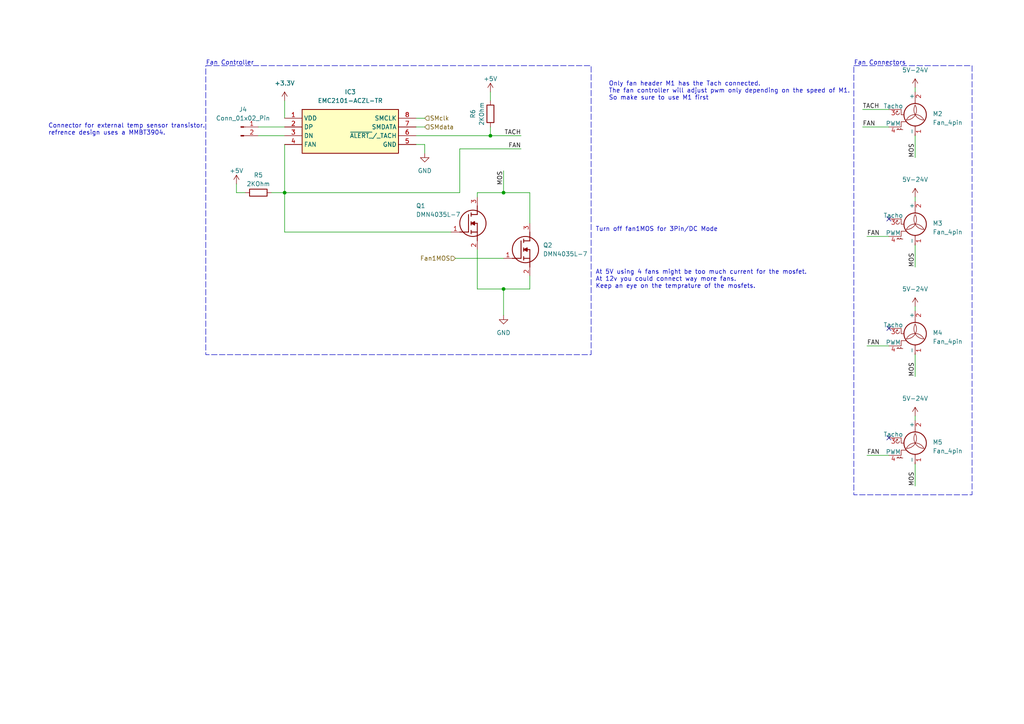
<source format=kicad_sch>
(kicad_sch (version 20230121) (generator eeschema)
  (paper "A4")
  (title_block (title "ESPHome All in One Dev kit"))
  (lib_symbols
    (symbol "ComponentSearch:5V-24V" (power) (pin_names (offset 0))
      (property "Value" "5V-24V" (at 0 3.556 0))
      (symbol "5V-24V_0_1"
        (polyline (pts (xy -0.762 1.27) (xy 0 2.54)))
        (polyline (pts (xy 0 0) (xy 0 2.54)))
        (polyline (pts (xy 0 2.54) (xy 0.762 1.27)))
      )
      (symbol "5V-24V_1_1"
        (pin power_in line (at 0 0 90) (length 0) hide (name "5V-24V") (number "1"))
      )
    )
    (symbol "ComponentSearch:DMN4035L-7" (pin_names hide)
      (property "Reference" "Q" (at 11.43 3.81 0))
      (property "Value" "DMN4035L-7" (at 11.43 1.27 0))
      (symbol "DMN4035L-7_1_1"
        (polyline (pts (xy 2.54 0) (xy 5.08 0)) (stroke (width 0.254)))
        (polyline (pts (xy 5.08 5.08) (xy 5.08 0)) (stroke (width 0.254)))
        (polyline (pts (xy 5.842 -0.508) (xy 5.842 0.508)) (stroke (width 0.254)))
        (polyline (pts (xy 5.842 0) (xy 7.62 0)) (stroke (width 0.254)))
        (polyline (pts (xy 5.842 2.032) (xy 5.842 3.048)) (stroke (width 0.254)))
        (polyline (pts (xy 5.842 5.588) (xy 5.842 4.572)) (stroke (width 0.254)))
        (polyline (pts (xy 7.62 2.54) (xy 5.842 2.54)) (stroke (width 0.254)))
        (polyline (pts (xy 7.62 2.54) (xy 7.62 -2.54)) (stroke (width 0.254)))
        (polyline (pts (xy 7.62 5.08) (xy 5.842 5.08)) (stroke (width 0.254)))
        (polyline (pts (xy 7.62 5.08) (xy 7.62 7.62)) (stroke (width 0.254)))
        (polyline (pts (xy 5.842 2.54) (xy 6.858 3.048) (xy 6.858 2.032) (xy 5.842 2.54)) (stroke (width 0.254)) (fill (type outline)))
        (circle (center 6.35 2.54) (radius 3.81) (stroke (width 0.254)))
        (pin passive line (at 0 0 0) (length 2.54) (name "G") (number "1"))
        (pin passive line (at 7.62 -5.08 90) (length 2.54) (name "S") (number "2"))
        (pin passive line (at 7.62 10.16 270) (length 2.54) (name "D") (number "3"))
      )
    )
    (symbol "ComponentSearch:EMC2101-ACZL-TR"
      (property "Reference" "IC" (at 34.29 7.62 0))
      (property "Value" "EMC2101-ACZL-TR" (at 34.29 5.08 0))
      (symbol "EMC2101-ACZL-TR_1_1"
        (rectangle (start 5.08 2.54) (end 33.02 -10.16) (stroke (width 0.254)) (fill (type background)))
        (pin power_in line (at 0 0 0) (length 5.08) (name "VDD") (number "1"))
        (pin input line (at 0 -2.54 0) (length 5.08) (name "DP") (number "2"))
        (pin input line (at 0 -5.08 0) (length 5.08) (name "DN") (number "3"))
        (pin output line (at 0 -7.62 0) (length 5.08) (name "FAN") (number "4"))
        (pin power_in line (at 38.1 -7.62 180) (length 5.08) (name "GND") (number "5"))
        (pin bidirectional line (at 38.1 -5.08 180) (length 5.08) (name "~{ALERT_}/_TACH") (number "6"))
        (pin bidirectional line (at 38.1 -2.54 180) (length 5.08) (name "SMDATA") (number "7"))
        (pin bidirectional line (at 38.1 0 180) (length 5.08) (name "SMCLK") (number "8"))
      )
    )
    (symbol "Connector:Conn_01x02_Pin" (pin_names (offset 1.016) hide)
      (property "Reference" "J" (at 0 2.54 0))
      (property "Value" "Conn_01x02_Pin" (at 0 -5.08 0))
      (symbol "Conn_01x02_Pin_1_1"
        (polyline (pts (xy 1.27 -2.54) (xy 0.8636 -2.54)) (stroke (width 0.1524)))
        (polyline (pts (xy 1.27 0) (xy 0.8636 0)) (stroke (width 0.1524)))
        (rectangle (start 0.8636 -2.413) (end 0 -2.667) (stroke (width 0.1524)) (fill (type outline)))
        (rectangle (start 0.8636 0.127) (end 0 -0.127) (stroke (width 0.1524)) (fill (type outline)))
        (pin passive line (at 5.08 0 180) (length 3.81) (name "Pin_1") (number "1"))
        (pin passive line (at 5.08 -2.54 180) (length 3.81) (name "Pin_2") (number "2"))
      )
    )
    (symbol "Device:R" (pin_numbers hide) (pin_names (offset 0))
      (property "Reference" "R" (at 2.032 0 90))
      (property "Value" "R" (at 0 0 90))
      (symbol "R_0_1"
        (rectangle (start -1.016 -2.54) (end 1.016 2.54) (stroke (width 0.254)))
      )
      (symbol "R_1_1"
        (pin passive line (at 0 3.81 270) (length 1.27) (name "~") (number "1"))
        (pin passive line (at 0 -3.81 90) (length 1.27) (name "~") (number "2"))
      )
    )
    (symbol "Motor:Fan_4pin" (pin_names (offset 0))
      (property "Reference" "M" (at 2.54 5.08 0))
      (property "Value" "Fan_4pin" (at 2.54 -2.54 0))
      (symbol "Fan_4pin_0_0"
        (arc (start -5.588 1.524) (mid -5.08 1.0182) (end -4.572 1.524))
        (arc (start -5.08 2.032) (mid -5.4392 1.8832) (end -5.588 1.524))
        (polyline (pts (xy -5.08 2.032) (xy -5.334 2.159)))
        (polyline (pts (xy -5.08 2.032) (xy -5.207 1.778)))
        (polyline (pts (xy -4.064 2.54) (xy -4.064 1.016) (xy -3.302 1.016)))
      )
      (symbol "Fan_4pin_0_1"
        (arc (start -2.54 -0.508) (mid 0.0028 0.9121) (end 0 3.81))
        (polyline (pts (xy -4.064 2.54) (xy -5.08 2.54)))
        (polyline (pts (xy 0 -5.08) (xy 0 -4.572)))
        (polyline (pts (xy 0 -2.2352) (xy 0 -2.6416)))
        (polyline (pts (xy 0 4.2672) (xy 0 4.6228)))
        (polyline (pts (xy 0 4.572) (xy 0 5.08)))
        (polyline (pts (xy -2.54 -1.016) (xy -4.064 -1.016) (xy -4.064 -2.54) (xy -5.08 -2.54)))
        (polyline (pts (xy -5.334 -3.302) (xy -5.08 -3.302) (xy -5.08 -3.048) (xy -4.826 -3.048) (xy -4.826 -3.302) (xy -4.318 -3.302) (xy -4.318 -3.048) (xy -4.064 -3.048) (xy -4.064 -3.302) (xy -3.556 -3.302)))
        (circle (center 0 1.016) (radius 3.2512) (stroke (width 0.254)))
        (arc (start 0 3.81) (mid 0.053 0.921) (end 2.54 -0.508))
        (arc (start 2.54 -0.508) (mid 0 1.0618) (end -2.54 -0.508))
      )
      (symbol "Fan_4pin_1_1"
        (pin passive line (at 0 -5.08 90) (length 2.54) (name "-") (number "1"))
        (pin passive line (at 0 7.62 270) (length 2.54) (name "+") (number "2"))
        (pin passive line (at -7.62 2.54 0) (length 2.54) (name "Tacho") (number "3"))
        (pin input line (at -7.62 -2.54 0) (length 2.54) (name "PWM") (number "4"))
      )
    )
    (symbol "power:+3.3V" (power) (pin_names (offset 0))
      (property "Value" "+3.3V" (at 0 3.556 0))
      (symbol "+3.3V_0_1"
        (polyline (pts (xy -0.762 1.27) (xy 0 2.54)))
        (polyline (pts (xy 0 0) (xy 0 2.54)))
        (polyline (pts (xy 0 2.54) (xy 0.762 1.27)))
      )
      (symbol "+3.3V_1_1"
        (pin power_in line (at 0 0 90) (length 0) hide (name "+3.3V") (number "1"))
      )
    )
    (symbol "power:+5V" (power) (pin_names (offset 0))
      (property "Value" "+5V" (at 0 3.556 0))
      (symbol "+5V_0_1"
        (polyline (pts (xy -0.762 1.27) (xy 0 2.54)))
        (polyline (pts (xy 0 0) (xy 0 2.54)))
        (polyline (pts (xy 0 2.54) (xy 0.762 1.27)))
      )
      (symbol "+5V_1_1"
        (pin power_in line (at 0 0 90) (length 0) hide (name "+5V") (number "1"))
      )
    )
    (symbol "power:GND" (power) (pin_names (offset 0))
      (property "Value" "GND" (at 0 -3.81 0))
      (symbol "GND_0_1"
        (polyline (pts (xy 0 0) (xy 0 -1.27) (xy 1.27 -1.27) (xy 0 -2.54) (xy -1.27 -1.27) (xy 0 -1.27)))
      )
      (symbol "GND_1_1"
        (pin power_in line (at 0 0 270) (length 0) hide (name "GND") (number "1"))
      )
    )
  )
  (junction (at 146.05 55.88))
  (junction (at 142.24 39.37))
  (junction (at 82.55 55.88))
  (junction (at 146.05 83.82))
  (no_connect (at 257.81 95.25))
  (no_connect (at 257.81 127))
  (no_connect (at 257.81 63.5))
  (wire (pts (xy 251.46 100.33) (xy 257.81 100.33)))
  (wire (pts (xy 82.55 29.21) (xy 82.55 34.29)))
  (wire (pts (xy 250.19 31.75) (xy 257.81 31.75)))
  (wire (pts (xy 120.65 39.37) (xy 142.24 39.37)))
  (wire (pts (xy 132.08 74.93) (xy 146.05 74.93)))
  (wire (pts (xy 251.46 132.08) (xy 257.81 132.08)))
  (wire (pts (xy 265.43 57.15) (xy 265.43 58.42)))
  (wire (pts (xy 133.35 43.18) (xy 151.13 43.18)))
  (wire (pts (xy 265.43 88.9) (xy 265.43 90.17)))
  (wire (pts (xy 82.55 41.91) (xy 82.55 55.88)))
  (wire (pts (xy 265.43 39.37) (xy 265.43 45.72)))
  (wire (pts (xy 138.43 55.88) (xy 138.43 57.15)))
  (wire (pts (xy 78.74 55.88) (xy 82.55 55.88)))
  (wire (pts (xy 265.43 102.87) (xy 265.43 109.22)))
  (wire (pts (xy 146.05 49.53) (xy 146.05 55.88)))
  (wire (pts (xy 68.58 53.34) (xy 68.58 55.88)))
  (wire (pts (xy 265.43 25.4) (xy 265.43 26.67)))
  (wire (pts (xy 82.55 67.31) (xy 130.81 67.31)))
  (wire (pts (xy 250.19 36.83) (xy 257.81 36.83)))
  (wire (pts (xy 120.65 34.29) (xy 123.19 34.29)))
  (wire (pts (xy 120.65 36.83) (xy 123.19 36.83)))
  (wire (pts (xy 138.43 55.88) (xy 146.05 55.88)))
  (wire (pts (xy 82.55 55.88) (xy 133.35 55.88)))
  (wire (pts (xy 123.19 41.91) (xy 120.65 41.91)))
  (wire (pts (xy 265.43 120.65) (xy 265.43 121.92)))
  (wire (pts (xy 123.19 44.45) (xy 123.19 41.91)))
  (wire (pts (xy 146.05 83.82) (xy 153.67 83.82)))
  (wire (pts (xy 68.58 55.88) (xy 71.12 55.88)))
  (wire (pts (xy 138.43 72.39) (xy 138.43 83.82)))
  (wire (pts (xy 138.43 83.82) (xy 146.05 83.82)))
  (wire (pts (xy 142.24 26.67) (xy 142.24 29.21)))
  (wire (pts (xy 153.67 55.88) (xy 153.67 64.77)))
  (wire (pts (xy 142.24 39.37) (xy 151.13 39.37)))
  (wire (pts (xy 265.43 71.12) (xy 265.43 77.47)))
  (wire (pts (xy 142.24 36.83) (xy 142.24 39.37)))
  (wire (pts (xy 74.93 39.37) (xy 82.55 39.37)))
  (wire (pts (xy 146.05 91.44) (xy 146.05 83.82)))
  (wire (pts (xy 146.05 55.88) (xy 153.67 55.88)))
  (wire (pts (xy 133.35 43.18) (xy 133.35 55.88)))
  (wire (pts (xy 265.43 134.62) (xy 265.43 140.97)))
  (wire (pts (xy 153.67 83.82) (xy 153.67 80.01)))
  (wire (pts (xy 74.93 36.83) (xy 82.55 36.83)))
  (wire (pts (xy 251.46 68.58) (xy 257.81 68.58)))
  (wire (pts (xy 82.55 55.88) (xy 82.55 67.31)))
  (rectangle (start 247.65 19.05) (end 281.94 143.51) (stroke (width 0) (type dash)))
  (rectangle (start 59.69 19.05) (end 171.45 102.87) (stroke (width 0) (type dash)))
  (text "Fan Controller" (at 59.69 19.05 0) (effects (font (size 1.27 1.27)) (justify left bottom)))
  (text "Connector for external temp sensor transistor.\nrefrence design uses a MMBT3904.\n" (at 13.97 39.37 0) (effects (font (size 1.27 1.27)) (justify left bottom)))
  (text "Fan Connectors" (at 247.65 19.05 0) (effects (font (size 1.27 1.27)) (justify left bottom)))
  (text "At 5V using 4 fans might be too much current for the mosfet.\nAt 12v you could connect way more fans.\nKeep an eye on the temprature of the mosfets." (at 172.72 83.82 0) (effects (font (size 1.27 1.27)) (justify left bottom)))
  (text "Only fan header M1 has the Tach connected.\nThe fan controller will adjust pwm only depending on the speed of M1.\nSo make sure to use M1 first\n" (at 176.53 29.21 0) (effects (font (size 1.27 1.27)) (justify left bottom)))
  (text "Turn off fan1MOS for 3Pin/DC Mode" (at 172.72 67.31 0) (effects (font (size 1.27 1.27)) (justify left bottom)))
  (label "FAN" (at 151.13 43.18 180))
  (label "MOS" (at 265.43 77.47 90))
  (label "FAN" (at 251.46 68.58 0))
  (label "MOS" (at 146.05 49.53 270))
  (label "FAN" (at 250.19 36.83 0))
  (label "MOS" (at 265.43 140.97 90))
  (label "TACH" (at 250.19 31.75 0))
  (label "FAN" (at 251.46 100.33 0))
  (label "MOS" (at 265.43 109.22 90))
  (label "MOS" (at 265.43 45.72 90))
  (label "TACH" (at 151.13 39.37 180))
  (label "FAN" (at 251.46 132.08 0))
  (hierarchical_label "SMclk" (shape input) (at 123.19 34.29 0))
  (hierarchical_label "Fan1MOS" (shape input) (at 132.08 74.93 180))
  (hierarchical_label "SMdata" (shape input) (at 123.19 36.83 0))
  (symbol (lib_id "power:GND") (at 146.05 91.44 0) (unit 1)
    (property "Reference" "#PWR024" (effects hide))
    (property "Value" "GND" (at 146.05 96.52 0))
  )
  (symbol (lib_id "Motor:Fan_4pin") (at 265.43 97.79 0) (unit 1)
    (property "Reference" "M4" (at 270.51 96.52 0) (effects (justify left)))
    (property "Value" "Fan_4pin" (at 270.51 99.06 0) (effects (justify left)))
    (property "Footprint" "Connector:FanPinHeader_1x04_P2.54mm_Vertical" (effects hide))
    (property "Datasheet" "http://www.formfactors.org/developer%5Cspecs%5Crev1_2_public.pdf" (effects hide))
  )
  (symbol (lib_id "power:+5V") (at 142.24 26.67 0) (unit 1)
    (property "Reference" "#PWR023" (effects hide))
    (property "Value" "+5V" (at 142.24 22.86 0))
  )
  (symbol (lib_id "ComponentSearch:5V-24V") (at 265.43 88.9 0) (unit 1)
    (property "Reference" "#PWR027" (effects hide))
    (property "Value" "5V-24V" (at 265.43 83.82 0))
  )
  (symbol (lib_id "ComponentSearch:DMN4035L-7") (at 146.05 74.93 0) (unit 1)
    (property "Reference" "Q2" (at 157.48 71.12 0) (effects (justify left)))
    (property "Value" "DMN4035L-7" (at 157.48 73.66 0) (effects (justify left)))
    (property "Footprint" "ComponentSearch:SOT96P240X110-3N" (effects hide))
    (property "Datasheet" "https://www.diodes.com/assets/Datasheets/DMN2310U.pdf" (effects hide))
    (property "Height" "1.1" (effects hide))
    (property "Manufacturer_Name" "Diodes Incorporated" (effects hide))
    (property "Manufacturer_Part_Number" "DMN4035L-7" (effects hide))
    (property "Mouser Part Number" "621-DMN4035L-7" (effects hide))
    (property "Mouser Price/Stock" "https://www.mouser.co.uk/ProductDetail/Diodes-Incorporated/DMN2310U-7?qs=xZ%2FP%252Ba9zWqY%252BAdKLxIytvQ%3D%3D" (effects hide))
  )
  (symbol (lib_id "Motor:Fan_4pin") (at 265.43 34.29 0) (unit 1)
    (property "Reference" "M2" (at 270.51 33.02 0) (effects (justify left)))
    (property "Value" "Fan_4pin" (at 270.51 35.56 0) (effects (justify left)))
    (property "Footprint" "Connector:FanPinHeader_1x04_P2.54mm_Vertical" (effects hide))
    (property "Datasheet" "http://www.formfactors.org/developer%5Cspecs%5Crev1_2_public.pdf" (effects hide))
  )
  (symbol (lib_id "ComponentSearch:5V-24V") (at 265.43 120.65 0) (unit 1)
    (property "Reference" "#PWR028" (effects hide))
    (property "Value" "5V-24V" (at 265.43 115.57 0))
  )
  (symbol (lib_id "power:+3.3V") (at 82.55 29.21 0) (unit 1)
    (property "Reference" "#PWR021" (effects hide))
    (property "Value" "+3.3V" (at 82.55 24.13 0))
  )
  (symbol (lib_id "Connector:Conn_01x02_Pin") (at 69.85 36.83 0) (unit 1)
    (property "Reference" "J4" (at 70.485 31.75 0))
    (property "Value" "Conn_01x02_Pin" (at 70.485 34.29 0))
    (property "Footprint" "Connector_JST:JST_XH_B2B-XH-A_1x02_P2.50mm_Vertical" (effects hide))
  )
  (symbol (lib_id "Motor:Fan_4pin") (at 265.43 66.04 0) (unit 1)
    (property "Reference" "M3" (at 270.51 64.77 0) (effects (justify left)))
    (property "Value" "Fan_4pin" (at 270.51 67.31 0) (effects (justify left)))
    (property "Footprint" "Connector:FanPinHeader_1x04_P2.54mm_Vertical" (effects hide))
    (property "Datasheet" "http://www.formfactors.org/developer%5Cspecs%5Crev1_2_public.pdf" (effects hide))
  )
  (symbol (lib_id "Device:R") (at 142.24 33.02 180) (unit 1)
    (property "Reference" "R6" (at 137.16 33.02 90))
    (property "Value" "2KOhm" (at 139.7 33.02 90))
    (property "Footprint" "Resistor_SMD:R_0805_2012Metric" (effects hide))
  )
  (symbol (lib_id "power:+5V") (at 68.58 53.34 0) (unit 1)
    (property "Reference" "#PWR020" (effects hide))
    (property "Value" "+5V" (at 68.58 49.53 0))
  )
  (symbol (lib_id "ComponentSearch:DMN4035L-7") (at 130.81 67.31 0) (unit 1)
    (property "Reference" "Q1" (at 120.65 59.69 0) (effects (justify left)))
    (property "Value" "DMN4035L-7" (at 120.65 62.23 0) (effects (justify left)))
    (property "Footprint" "ComponentSearch:SOT96P240X110-3N" (effects hide))
    (property "Datasheet" "https://www.diodes.com/assets/Datasheets/DMN2310U.pdf" (effects hide))
    (property "Height" "1.1" (effects hide))
    (property "Manufacturer_Name" "Diodes Incorporated" (effects hide))
    (property "Manufacturer_Part_Number" "DMN4035L-7" (effects hide))
    (property "Mouser Part Number" "621-DMN4035L-7" (effects hide))
    (property "Mouser Price/Stock" "https://www.mouser.co.uk/ProductDetail/Diodes-Incorporated/DMN2310U-7?qs=xZ%2FP%252Ba9zWqY%252BAdKLxIytvQ%3D%3D" (effects hide))
  )
  (symbol (lib_id "Motor:Fan_4pin") (at 265.43 129.54 0) (unit 1)
    (property "Reference" "M5" (at 270.51 128.27 0) (effects (justify left)))
    (property "Value" "Fan_4pin" (at 270.51 130.81 0) (effects (justify left)))
    (property "Footprint" "Connector:FanPinHeader_1x04_P2.54mm_Vertical" (effects hide))
    (property "Datasheet" "http://www.formfactors.org/developer%5Cspecs%5Crev1_2_public.pdf" (effects hide))
  )
  (symbol (lib_id "power:GND") (at 123.19 44.45 0) (unit 1)
    (property "Reference" "#PWR022" (effects hide))
    (property "Value" "GND" (at 123.19 49.53 0))
  )
  (symbol (lib_id "Device:R") (at 74.93 55.88 90) (unit 1)
    (property "Reference" "R5" (at 74.93 50.8 90))
    (property "Value" "2KOhm" (at 74.93 53.34 90))
    (property "Footprint" "Resistor_SMD:R_0805_2012Metric" (effects hide))
  )
  (symbol (lib_id "ComponentSearch:EMC2101-ACZL-TR") (at 82.55 34.29 0) (unit 1)
    (property "Reference" "IC3" (at 101.6 26.67 0))
    (property "Value" "EMC2101-ACZL-TR" (at 101.6 29.21 0))
    (property "Footprint" "ComponentSearch:SOP65P490X110-8N" (effects hide))
    (property "Datasheet" "http://ww1.microchip.com/downloads/en/DeviceDoc/2101.pdf" (effects hide))
    (property "Height" "1.1" (effects hide))
    (property "Manufacturer_Name" "Microchip" (effects hide))
    (property "Manufacturer_Part_Number" "EMC2101-ACZL-TR" (effects hide))
    (property "Mouser Part Number" "886-EMC2101-ACZL-TR" (effects hide))
    (property "Mouser Price/Stock" "https://www.mouser.co.uk/ProductDetail/Microchip-Technology-Atmel/EMC2101-ACZL-TR?qs=pA5MXup5wxFIE%2FN8LSbs9g%3D%3D" (effects hide))
    (property "Arrow Part Number" "EMC2101-ACZL-TR" (effects hide))
    (property "Arrow Price/Stock" "https://www.arrow.com/en/products/emc2101-aczl-tr/microchip-technology?region=nac" (effects hide))
  )
  (symbol (lib_id "ComponentSearch:5V-24V") (at 265.43 57.15 0) (unit 1)
    (property "Reference" "#PWR026" (effects hide))
    (property "Value" "5V-24V" (at 265.43 52.07 0))
  )
  (symbol (lib_id "ComponentSearch:5V-24V") (at 265.43 25.4 0) (unit 1)
    (property "Reference" "#PWR025" (effects hide))
    (property "Value" "5V-24V" (at 265.43 20.32 0))
  )
)
</source>
